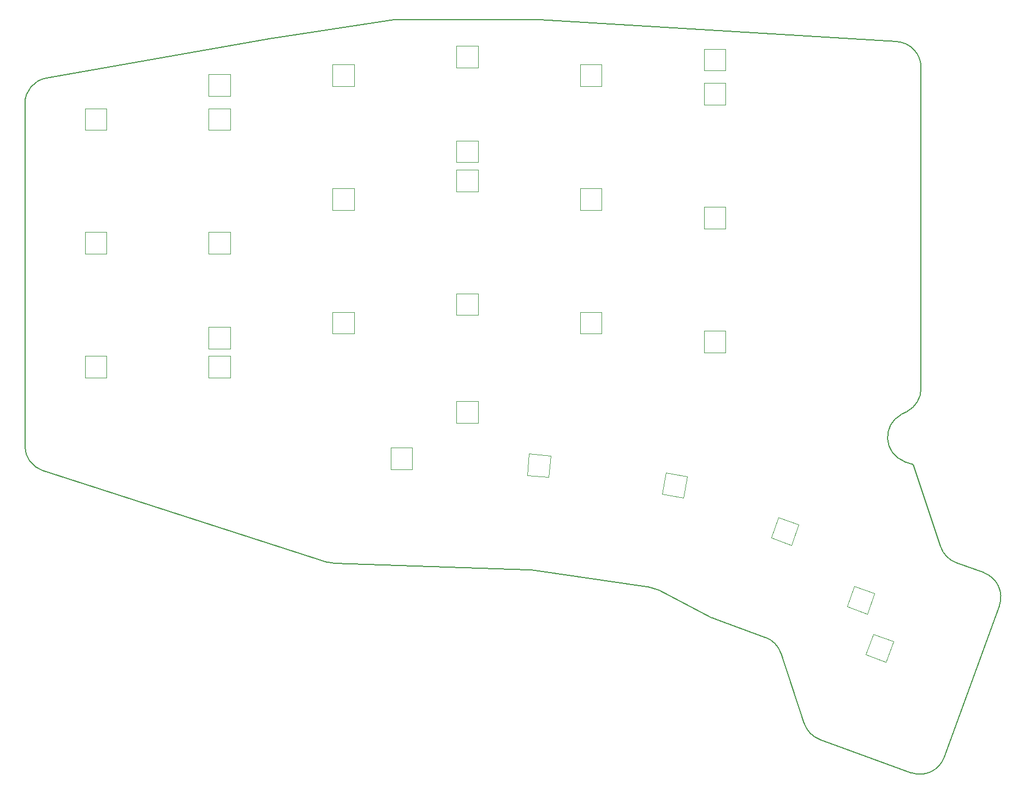
<source format=gm1>
G04 #@! TF.GenerationSoftware,KiCad,Pcbnew,7.0.7*
G04 #@! TF.CreationDate,2023-09-27T23:26:32-04:00*
G04 #@! TF.ProjectId,keybear-chocolate,6b657962-6561-4722-9d63-686f636f6c61,v1.0.0*
G04 #@! TF.SameCoordinates,Original*
G04 #@! TF.FileFunction,Profile,NP*
%FSLAX46Y46*%
G04 Gerber Fmt 4.6, Leading zero omitted, Abs format (unit mm)*
G04 Created by KiCad (PCBNEW 7.0.7) date 2023-09-27 23:26:32*
%MOMM*%
%LPD*%
G01*
G04 APERTURE LIST*
G04 #@! TA.AperFunction,Profile*
%ADD10C,0.150000*%
G04 #@! TD*
G04 #@! TA.AperFunction,Profile*
%ADD11C,0.050000*%
G04 #@! TD*
G04 APERTURE END LIST*
D10*
X278000043Y-98849857D02*
G75*
G03*
X274247337Y-94857511I-4000043J-43D01*
G01*
X274950027Y-152695762D02*
G75*
G03*
X275445320Y-159993942I1863373J-3539438D01*
G01*
X283464200Y-175682709D02*
X287753825Y-177244005D01*
X196899356Y-91409995D02*
G75*
G03*
X196303980Y-91454558I44J-4000105D01*
G01*
X290144519Y-182370857D02*
G75*
G03*
X287753825Y-177244005I-3758819J1368057D01*
G01*
X275445319Y-159993942D02*
X276822986Y-160495371D01*
X281036049Y-173184385D02*
G75*
G03*
X283464201Y-175682710I3796251J1260485D01*
G01*
X217523391Y-176821714D02*
G75*
G03*
X217079165Y-176781892I-578691J-3957786D01*
G01*
X276467141Y-208253916D02*
G75*
G03*
X281594011Y-205863171I1368059J3758816D01*
G01*
X177451160Y-94292299D02*
X196303979Y-91454557D01*
X276822986Y-160495371D02*
X281036061Y-173184381D01*
X245576094Y-184205808D02*
G75*
G03*
X246042486Y-184410052I1834606J3554708D01*
G01*
X290144516Y-182370856D02*
X281594012Y-205863172D01*
X253851171Y-187252181D02*
X246042485Y-184410052D01*
X217079165Y-176781891D02*
X186958578Y-175768788D01*
X259882608Y-200603031D02*
G75*
G03*
X262310764Y-203101355I3796192J1260431D01*
G01*
X276467161Y-208253862D02*
X262310763Y-203101354D01*
X237295867Y-179932427D02*
G75*
G03*
X236040078Y-179529048I-1834467J-3554573D01*
G01*
X218793241Y-91428808D02*
G75*
G03*
X218405845Y-91410000I-387441J-3981292D01*
G01*
X259882624Y-200603026D02*
X256279311Y-189750510D01*
X275863402Y-152214854D02*
G75*
G03*
X278000000Y-148675389I-1863402J3539454D01*
G01*
X185867964Y-175578828D02*
X141774923Y-161392776D01*
X142302518Y-100515179D02*
X177349055Y-94309021D01*
X275863397Y-152214845D02*
X274950002Y-152695715D01*
X236040079Y-179529047D02*
X217523391Y-176821712D01*
X177451160Y-94292299D02*
G75*
G03*
X177349055Y-94309021I595540J-3956401D01*
G01*
X185867961Y-175578836D02*
G75*
G03*
X186958577Y-175768788I1225039J3807736D01*
G01*
X278000000Y-148675389D02*
X278000000Y-98849857D01*
X139000004Y-157584996D02*
G75*
G03*
X141774923Y-161392776I3999996J-4D01*
G01*
X256279285Y-189750519D02*
G75*
G03*
X253851171Y-187252181I-3796185J-1260381D01*
G01*
X245576091Y-184205814D02*
X237295864Y-179932433D01*
X196899356Y-91410000D02*
X218405845Y-91410000D01*
X142302518Y-100515179D02*
G75*
G03*
X138999999Y-104453900I697482J-3938721D01*
G01*
X218793241Y-91428804D02*
X274247337Y-94857511D01*
X139000000Y-157584996D02*
X139000000Y-104453900D01*
D11*
X167523600Y-105223600D02*
X170876400Y-105223600D01*
X170876400Y-105223600D02*
X170876400Y-108576400D01*
X170876400Y-108576400D02*
X167523600Y-108576400D01*
X167523600Y-108576400D02*
X167523600Y-105223600D01*
X244323600Y-101313600D02*
X247676400Y-101313600D01*
X247676400Y-101313600D02*
X247676400Y-104666400D01*
X247676400Y-104666400D02*
X244323600Y-104666400D01*
X244323600Y-104666400D02*
X244323600Y-101313600D01*
X225123600Y-136823600D02*
X228476400Y-136823600D01*
X228476400Y-136823600D02*
X228476400Y-140176400D01*
X228476400Y-140176400D02*
X225123600Y-140176400D01*
X225123600Y-140176400D02*
X225123600Y-136823600D01*
X254747663Y-171803531D02*
X255894388Y-168652930D01*
X255894388Y-168652930D02*
X259044989Y-169799655D01*
X259044989Y-169799655D02*
X257898264Y-172950256D01*
X257898264Y-172950256D02*
X254747663Y-171803531D01*
X244323600Y-96013600D02*
X247676400Y-96013600D01*
X247676400Y-96013600D02*
X247676400Y-99366400D01*
X247676400Y-99366400D02*
X244323600Y-99366400D01*
X244323600Y-99366400D02*
X244323600Y-96013600D01*
X167523600Y-139123600D02*
X170876400Y-139123600D01*
X170876400Y-139123600D02*
X170876400Y-142476400D01*
X170876400Y-142476400D02*
X167523600Y-142476400D01*
X167523600Y-142476400D02*
X167523600Y-139123600D01*
X217194758Y-158785106D02*
X220534800Y-159077322D01*
X220534800Y-159077322D02*
X220242584Y-162417364D01*
X220242584Y-162417364D02*
X216902542Y-162125148D01*
X216902542Y-162125148D02*
X217194758Y-158785106D01*
X238476604Y-161708867D02*
X241767804Y-162348611D01*
X241767804Y-162348611D02*
X241128060Y-165639811D01*
X241128060Y-165639811D02*
X237836860Y-165000067D01*
X237836860Y-165000067D02*
X238476604Y-161708867D01*
X244323600Y-139713600D02*
X247676400Y-139713600D01*
X247676400Y-139713600D02*
X247676400Y-143066400D01*
X247676400Y-143066400D02*
X244323600Y-143066400D01*
X244323600Y-143066400D02*
X244323600Y-139713600D01*
X148323600Y-105223600D02*
X151676400Y-105223600D01*
X151676400Y-105223600D02*
X151676400Y-108576400D01*
X151676400Y-108576400D02*
X148323600Y-108576400D01*
X148323600Y-108576400D02*
X148323600Y-105223600D01*
X266514694Y-182464664D02*
X267661419Y-179314063D01*
X267661419Y-179314063D02*
X270812020Y-180460788D01*
X270812020Y-180460788D02*
X269665295Y-183611389D01*
X269665295Y-183611389D02*
X266514694Y-182464664D01*
X225123600Y-98423600D02*
X228476400Y-98423600D01*
X228476400Y-98423600D02*
X228476400Y-101776400D01*
X228476400Y-101776400D02*
X225123600Y-101776400D01*
X225123600Y-101776400D02*
X225123600Y-98423600D01*
X195723600Y-157823600D02*
X199076400Y-157823600D01*
X199076400Y-157823600D02*
X199076400Y-161176400D01*
X199076400Y-161176400D02*
X195723600Y-161176400D01*
X195723600Y-161176400D02*
X195723600Y-157823600D01*
X225123600Y-117623600D02*
X228476400Y-117623600D01*
X228476400Y-117623600D02*
X228476400Y-120976400D01*
X228476400Y-120976400D02*
X225123600Y-120976400D01*
X225123600Y-120976400D02*
X225123600Y-117623600D01*
X186723600Y-136823600D02*
X190076400Y-136823600D01*
X190076400Y-136823600D02*
X190076400Y-140176400D01*
X190076400Y-140176400D02*
X186723600Y-140176400D01*
X186723600Y-140176400D02*
X186723600Y-136823600D01*
X148323600Y-124423600D02*
X151676400Y-124423600D01*
X151676400Y-124423600D02*
X151676400Y-127776400D01*
X151676400Y-127776400D02*
X148323600Y-127776400D01*
X148323600Y-127776400D02*
X148323600Y-124423600D01*
X186723600Y-98423600D02*
X190076400Y-98423600D01*
X190076400Y-98423600D02*
X190076400Y-101776400D01*
X190076400Y-101776400D02*
X186723600Y-101776400D01*
X186723600Y-101776400D02*
X186723600Y-98423600D01*
X205923600Y-114733600D02*
X209276400Y-114733600D01*
X209276400Y-114733600D02*
X209276400Y-118086400D01*
X209276400Y-118086400D02*
X205923600Y-118086400D01*
X205923600Y-118086400D02*
X205923600Y-114733600D01*
X269437273Y-189920245D02*
X270583998Y-186769644D01*
X270583998Y-186769644D02*
X273734599Y-187916369D01*
X273734599Y-187916369D02*
X272587874Y-191066970D01*
X272587874Y-191066970D02*
X269437273Y-189920245D01*
X205923600Y-133933600D02*
X209276400Y-133933600D01*
X209276400Y-133933600D02*
X209276400Y-137286400D01*
X209276400Y-137286400D02*
X205923600Y-137286400D01*
X205923600Y-137286400D02*
X205923600Y-133933600D01*
X167523600Y-124423600D02*
X170876400Y-124423600D01*
X170876400Y-124423600D02*
X170876400Y-127776400D01*
X170876400Y-127776400D02*
X167523600Y-127776400D01*
X167523600Y-127776400D02*
X167523600Y-124423600D01*
X244323600Y-120513600D02*
X247676400Y-120513600D01*
X247676400Y-120513600D02*
X247676400Y-123866400D01*
X247676400Y-123866400D02*
X244323600Y-123866400D01*
X244323600Y-123866400D02*
X244323600Y-120513600D01*
X205923600Y-95533600D02*
X209276400Y-95533600D01*
X209276400Y-95533600D02*
X209276400Y-98886400D01*
X209276400Y-98886400D02*
X205923600Y-98886400D01*
X205923600Y-98886400D02*
X205923600Y-95533600D01*
X167523600Y-99923600D02*
X170876400Y-99923600D01*
X170876400Y-99923600D02*
X170876400Y-103276400D01*
X170876400Y-103276400D02*
X167523600Y-103276400D01*
X167523600Y-103276400D02*
X167523600Y-99923600D01*
X186723600Y-117623600D02*
X190076400Y-117623600D01*
X190076400Y-117623600D02*
X190076400Y-120976400D01*
X190076400Y-120976400D02*
X186723600Y-120976400D01*
X186723600Y-120976400D02*
X186723600Y-117623600D01*
X148323600Y-143623600D02*
X151676400Y-143623600D01*
X151676400Y-143623600D02*
X151676400Y-146976400D01*
X151676400Y-146976400D02*
X148323600Y-146976400D01*
X148323600Y-146976400D02*
X148323600Y-143623600D01*
X205923600Y-150633600D02*
X209276400Y-150633600D01*
X209276400Y-150633600D02*
X209276400Y-153986400D01*
X209276400Y-153986400D02*
X205923600Y-153986400D01*
X205923600Y-153986400D02*
X205923600Y-150633600D01*
X205923600Y-110233600D02*
X209276400Y-110233600D01*
X209276400Y-110233600D02*
X209276400Y-113586400D01*
X209276400Y-113586400D02*
X205923600Y-113586400D01*
X205923600Y-113586400D02*
X205923600Y-110233600D01*
X167523600Y-143623600D02*
X170876400Y-143623600D01*
X170876400Y-143623600D02*
X170876400Y-146976400D01*
X170876400Y-146976400D02*
X167523600Y-146976400D01*
X167523600Y-146976400D02*
X167523600Y-143623600D01*
M02*

</source>
